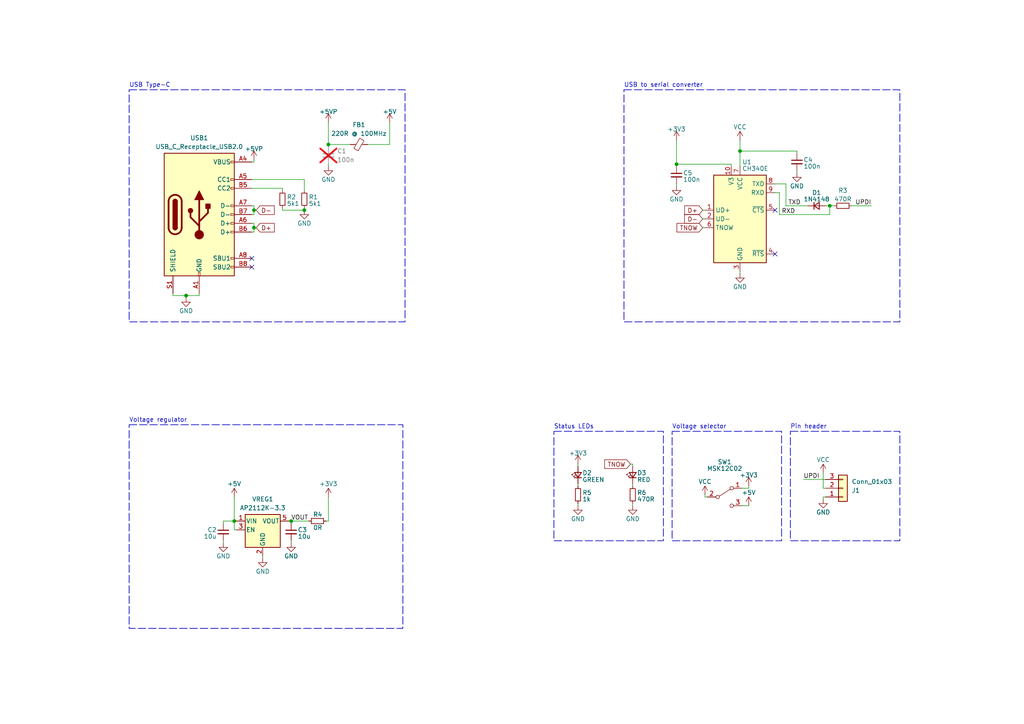
<source format=kicad_sch>
(kicad_sch (version 20231120) (generator "eeschema") (generator_version "8.0")
  (paper "A4")
  (title_block (title "NanoUPDI: USB Type-C Serial UPDI programmer") (date "2024-11-21") (rev "1") (company "Umberto Ragone"))
  (lib_symbols
    (symbol "Connector:USB_C_Receptacle_USB2.0" (pin_names (offset 1.016))
      (property "Reference" "J" (at -10.16 19.05 0))
      (property "Value" "USB_C_Receptacle_USB2.0" (at 19.05 19.05 0))
      (symbol "USB_C_Receptacle_USB2.0_0_0"
        (rectangle (start -0.254 -17.78) (end 0.254 -16.764))
        (rectangle (start 10.16 -14.986) (end 9.144 -15.494))
        (rectangle (start 10.16 -12.446) (end 9.144 -12.954))
        (rectangle (start 10.16 -4.826) (end 9.144 -5.334))
        (rectangle (start 10.16 -2.286) (end 9.144 -2.794))
        (rectangle (start 10.16 0.254) (end 9.144 -0.254))
        (rectangle (start 10.16 2.794) (end 9.144 2.286))
        (rectangle (start 10.16 7.874) (end 9.144 7.366))
        (rectangle (start 10.16 10.414) (end 9.144 9.906))
        (rectangle (start 10.16 15.494) (end 9.144 14.986))
      )
      (symbol "USB_C_Receptacle_USB2.0_0_1"
        (rectangle (start -10.16 17.78) (end 10.16 -17.78) (stroke (width 0.254)) (fill (type background)))
        (arc (start -8.89 -3.81) (mid -6.985 -5.7067) (end -5.08 -3.81) (stroke (width 0.508)))
        (arc (start -7.62 -3.81) (mid -6.985 -4.4423) (end -6.35 -3.81) (stroke (width 0.254)))
        (arc (start -7.62 -3.81) (mid -6.985 -4.4423) (end -6.35 -3.81) (stroke (width 0.254)) (fill (type outline)))
        (rectangle (start -7.62 -3.81) (end -6.35 3.81) (stroke (width 0.254)) (fill (type outline)))
        (arc (start -6.35 3.81) (mid -6.985 4.4423) (end -7.62 3.81) (stroke (width 0.254)))
        (arc (start -6.35 3.81) (mid -6.985 4.4423) (end -7.62 3.81) (stroke (width 0.254)) (fill (type outline)))
        (arc (start -5.08 3.81) (mid -6.985 5.7067) (end -8.89 3.81) (stroke (width 0.508)))
        (circle (center -2.54 1.143) (radius 0.635) (stroke (width 0.254)) (fill (type outline)))
        (circle (center 0 -5.842) (radius 1.27) (fill (type outline)))
        (polyline (pts (xy -8.89 -3.81) (xy -8.89 3.81)) (stroke (width 0.508)))
        (polyline (pts (xy -5.08 3.81) (xy -5.08 -3.81)) (stroke (width 0.508)))
        (polyline (pts (xy 0 -5.842) (xy 0 4.318)) (stroke (width 0.508)))
        (polyline (pts (xy 0 -3.302) (xy -2.54 -0.762) (xy -2.54 0.508)) (stroke (width 0.508)))
        (polyline (pts (xy 0 -2.032) (xy 2.54 0.508) (xy 2.54 1.778)) (stroke (width 0.508)))
        (polyline (pts (xy -1.27 4.318) (xy 0 6.858) (xy 1.27 4.318) (xy -1.27 4.318)) (stroke (width 0.254)) (fill (type outline)))
        (rectangle (start 1.905 1.778) (end 3.175 3.048) (stroke (width 0.254)) (fill (type outline)))
      )
      (symbol "USB_C_Receptacle_USB2.0_1_1"
        (pin passive line (at 0 -22.86 90) (length 5.08) (name "GND") (number "A1"))
        (pin passive line (at 0 -22.86 90) (length 5.08) hide (name "GND") (number "A12"))
        (pin passive line (at 15.24 15.24 180) (length 5.08) (name "VBUS") (number "A4"))
        (pin bidirectional line (at 15.24 10.16 180) (length 5.08) (name "CC1") (number "A5"))
        (pin bidirectional line (at 15.24 -2.54 180) (length 5.08) (name "D+") (number "A6"))
        (pin bidirectional line (at 15.24 2.54 180) (length 5.08) (name "D-") (number "A7"))
        (pin bidirectional line (at 15.24 -12.7 180) (length 5.08) (name "SBU1") (number "A8"))
        (pin passive line (at 15.24 15.24 180) (length 5.08) hide (name "VBUS") (number "A9"))
        (pin passive line (at 0 -22.86 90) (length 5.08) hide (name "GND") (number "B1"))
        (pin passive line (at 0 -22.86 90) (length 5.08) hide (name "GND") (number "B12"))
        (pin passive line (at 15.24 15.24 180) (length 5.08) hide (name "VBUS") (number "B4"))
        (pin bidirectional line (at 15.24 7.62 180) (length 5.08) (name "CC2") (number "B5"))
        (pin bidirectional line (at 15.24 -5.08 180) (length 5.08) (name "D+") (number "B6"))
        (pin bidirectional line (at 15.24 0 180) (length 5.08) (name "D-") (number "B7"))
        (pin bidirectional line (at 15.24 -15.24 180) (length 5.08) (name "SBU2") (number "B8"))
        (pin passive line (at 15.24 15.24 180) (length 5.08) hide (name "VBUS") (number "B9"))
        (pin passive line (at -7.62 -22.86 90) (length 5.08) (name "SHIELD") (number "S1"))
      )
    )
    (symbol "Connector_Generic:Conn_01x03" (pin_names (offset 1.016) hide)
      (property "Reference" "J" (at 0 5.08 0))
      (property "Value" "Conn_01x03" (at 0 -5.08 0))
      (symbol "Conn_01x03_1_1"
        (rectangle (start -1.27 -2.413) (end 0 -2.667) (stroke (width 0.1524)))
        (rectangle (start -1.27 0.127) (end 0 -0.127) (stroke (width 0.1524)))
        (rectangle (start -1.27 2.667) (end 0 2.413) (stroke (width 0.1524)))
        (rectangle (start -1.27 3.81) (end 1.27 -3.81) (stroke (width 0.254)) (fill (type background)))
        (pin passive line (at -5.08 2.54 0) (length 3.81) (name "Pin_1") (number "1"))
        (pin passive line (at -5.08 0 0) (length 3.81) (name "Pin_2") (number "2"))
        (pin passive line (at -5.08 -2.54 0) (length 3.81) (name "Pin_3") (number "3"))
      )
    )
    (symbol "Device:C_Small" (pin_numbers hide) (pin_names (offset 0.254) hide)
      (property "Reference" "C" (at 0.254 1.778 0))
      (property "Value" "C_Small" (at 0.254 -2.032 0))
      (symbol "C_Small_0_1"
        (polyline (pts (xy -1.524 -0.508) (xy 1.524 -0.508)) (stroke (width 0.3302)))
        (polyline (pts (xy -1.524 0.508) (xy 1.524 0.508)) (stroke (width 0.3048)))
      )
      (symbol "C_Small_1_1"
        (pin passive line (at 0 2.54 270) (length 2.032) (name "~") (number "1"))
        (pin passive line (at 0 -2.54 90) (length 2.032) (name "~") (number "2"))
      )
    )
    (symbol "Device:D_Small" (pin_numbers hide) (pin_names (offset 0.254) hide)
      (property "Reference" "D" (at -1.27 2.032 0))
      (property "Value" "D_Small" (at -3.81 -2.032 0))
      (symbol "D_Small_0_1"
        (polyline (pts (xy -0.762 -1.016) (xy -0.762 1.016)) (stroke (width 0.254)))
        (polyline (pts (xy -0.762 0) (xy 0.762 0)))
        (polyline (pts (xy 0.762 -1.016) (xy -0.762 0) (xy 0.762 1.016) (xy 0.762 -1.016)) (stroke (width 0.254)))
      )
      (symbol "D_Small_1_1"
        (pin passive line (at -2.54 0 0) (length 1.778) (name "K") (number "1"))
        (pin passive line (at 2.54 0 180) (length 1.778) (name "A") (number "2"))
      )
    )
    (symbol "Device:FerriteBead_Small" (pin_numbers hide) (pin_names (offset 0))
      (property "Reference" "FB" (at 1.905 1.27 0))
      (property "Value" "FerriteBead_Small" (at 1.905 -1.27 0))
      (symbol "FerriteBead_Small_0_1"
        (polyline (pts (xy 0 -1.27) (xy 0 -0.7874)))
        (polyline (pts (xy 0 0.889) (xy 0 1.2954)))
        (polyline (pts (xy -1.8288 0.2794) (xy -1.1176 1.4986) (xy 1.8288 -0.2032) (xy 1.1176 -1.4224) (xy -1.8288 0.2794)))
      )
      (symbol "FerriteBead_Small_1_1"
        (pin passive line (at 0 2.54 270) (length 1.27) (name "~") (number "1"))
        (pin passive line (at 0 -2.54 90) (length 1.27) (name "~") (number "2"))
      )
    )
    (symbol "Device:LED_Small" (pin_numbers hide) (pin_names (offset 0.254) hide)
      (property "Reference" "D" (at -1.27 3.175 0))
      (property "Value" "LED_Small" (at -4.445 -2.54 0))
      (symbol "LED_Small_0_1"
        (polyline (pts (xy -0.762 -1.016) (xy -0.762 1.016)) (stroke (width 0.254)))
        (polyline (pts (xy 1.016 0) (xy -0.762 0)))
        (polyline (pts (xy 0.762 -1.016) (xy -0.762 0) (xy 0.762 1.016) (xy 0.762 -1.016)) (stroke (width 0.254)))
        (polyline (pts (xy 0 0.762) (xy -0.508 1.27) (xy -0.254 1.27) (xy -0.508 1.27) (xy -0.508 1.016)))
        (polyline (pts (xy 0.508 1.27) (xy 0 1.778) (xy 0.254 1.778) (xy 0 1.778) (xy 0 1.524)))
      )
      (symbol "LED_Small_1_1"
        (pin passive line (at -2.54 0 0) (length 1.778) (name "K") (number "1"))
        (pin passive line (at 2.54 0 180) (length 1.778) (name "A") (number "2"))
      )
    )
    (symbol "Device:R_Small" (pin_numbers hide) (pin_names (offset 0.254) hide)
      (property "Reference" "R" (at 0.762 0.508 0))
      (property "Value" "R_Small" (at 0.762 -1.016 0))
      (symbol "R_Small_0_1"
        (rectangle (start -0.762 1.778) (end 0.762 -1.778) (stroke (width 0.2032)))
      )
      (symbol "R_Small_1_1"
        (pin passive line (at 0 2.54 270) (length 0.762) (name "~") (number "1"))
        (pin passive line (at 0 -2.54 90) (length 0.762) (name "~") (number "2"))
      )
    )
    (symbol "Interface_USB:CH340E"
      (property "Reference" "U" (at -5.08 13.97 0))
      (property "Value" "CH340E" (at 1.27 13.97 0))
      (symbol "CH340E_0_1"
        (rectangle (start -7.62 12.7) (end 7.62 -12.7) (stroke (width 0.254)) (fill (type background)))
      )
      (symbol "CH340E_1_1"
        (pin bidirectional line (at -10.16 2.54 0) (length 2.54) (name "UD+") (number "1"))
        (pin passive line (at -2.54 15.24 270) (length 2.54) (name "V3") (number "10"))
        (pin bidirectional line (at -10.16 0 0) (length 2.54) (name "UD-") (number "2"))
        (pin power_in line (at 0 -15.24 90) (length 2.54) (name "GND") (number "3"))
        (pin output line (at 10.16 -10.16 180) (length 2.54) (name "~{RTS}") (number "4"))
        (pin input line (at 10.16 2.54 180) (length 2.54) (name "~{CTS}") (number "5"))
        (pin output line (at -10.16 -2.54 0) (length 2.54) (name "TNOW") (number "6"))
        (pin power_in line (at 0 15.24 270) (length 2.54) (name "VCC") (number "7"))
        (pin output line (at 10.16 10.16 180) (length 2.54) (name "TXD") (number "8"))
        (pin input line (at 10.16 7.62 180) (length 2.54) (name "RXD") (number "9"))
      )
    )
    (symbol "Regulator_Linear:AP2112K-3.3" (pin_names (offset 0.254))
      (property "Reference" "U" (at -5.08 5.715 0))
      (property "Value" "AP2112K-3.3" (at 0 5.715 0))
      (symbol "AP2112K-3.3_0_1"
        (rectangle (start -5.08 4.445) (end 5.08 -5.08) (stroke (width 0.254)) (fill (type background)))
      )
      (symbol "AP2112K-3.3_1_1"
        (pin power_in line (at -7.62 2.54 0) (length 2.54) (name "VIN") (number "1"))
        (pin power_in line (at 0 -7.62 90) (length 2.54) (name "GND") (number "2"))
        (pin input line (at -7.62 0 0) (length 2.54) (name "EN") (number "3"))
        (pin no_connect line (at 5.08 0 180) (length 2.54) hide (name "NC") (number "4"))
        (pin power_out line (at 7.62 2.54 180) (length 2.54) (name "VOUT") (number "5"))
      )
    )
    (symbol "Switch:SW_SPDT" (pin_names (offset 0) hide)
      (property "Reference" "SW" (at 0 4.318 0))
      (property "Value" "SW_SPDT" (at 0 -5.08 0))
      (symbol "SW_SPDT_0_0"
        (circle (center -2.032 0) (radius 0.508))
        (circle (center 2.032 -2.54) (radius 0.508))
      )
      (symbol "SW_SPDT_0_1"
        (polyline (pts (xy -1.524 0.254) (xy 1.651 2.286)))
        (circle (center 2.032 2.54) (radius 0.508))
      )
      (symbol "SW_SPDT_1_1"
        (pin passive line (at 5.08 2.54 180) (length 2.54) (name "A") (number "1"))
        (pin passive line (at -5.08 0 0) (length 2.54) (name "B") (number "2"))
        (pin passive line (at 5.08 -2.54 180) (length 2.54) (name "C") (number "3"))
      )
    )
    (symbol "power:+3V3" (power) (pin_names (offset 0))
      (property "Value" "+3V3" (at 0 3.556 0))
      (symbol "+3V3_0_1"
        (polyline (pts (xy -0.762 1.27) (xy 0 2.54)))
        (polyline (pts (xy 0 0) (xy 0 2.54)))
        (polyline (pts (xy 0 2.54) (xy 0.762 1.27)))
      )
      (symbol "+3V3_1_1"
        (pin power_in line (at 0 0 90) (length 0) hide (name "+3V3") (number "1"))
      )
    )
    (symbol "power:+5V" (power) (pin_names (offset 0))
      (property "Value" "+5V" (at 0 3.556 0))
      (symbol "+5V_0_1"
        (polyline (pts (xy -0.762 1.27) (xy 0 2.54)))
        (polyline (pts (xy 0 0) (xy 0 2.54)))
        (polyline (pts (xy 0 2.54) (xy 0.762 1.27)))
      )
      (symbol "+5V_1_1"
        (pin power_in line (at 0 0 90) (length 0) hide (name "+5V") (number "1"))
      )
    )
    (symbol "power:+5VP" (power) (pin_names (offset 0))
      (property "Value" "+5VP" (at 0 3.556 0))
      (symbol "+5VP_0_1"
        (polyline (pts (xy -0.762 1.27) (xy 0 2.54)))
        (polyline (pts (xy 0 0) (xy 0 2.54)))
        (polyline (pts (xy 0 2.54) (xy 0.762 1.27)))
      )
      (symbol "+5VP_1_1"
        (pin power_in line (at 0 0 90) (length 0) hide (name "+5VP") (number "1"))
      )
    )
    (symbol "power:GND" (power) (pin_names (offset 0))
      (property "Value" "GND" (at 0 -3.81 0))
      (symbol "GND_0_1"
        (polyline (pts (xy 0 0) (xy 0 -1.27) (xy 1.27 -1.27) (xy 0 -2.54) (xy -1.27 -1.27) (xy 0 -1.27)))
      )
      (symbol "GND_1_1"
        (pin power_in line (at 0 0 270) (length 0) hide (name "GND") (number "1"))
      )
    )
    (symbol "power:VCC" (power) (pin_names (offset 0))
      (property "Value" "VCC" (at 0 3.81 0))
      (symbol "VCC_0_1"
        (polyline (pts (xy -0.762 1.27) (xy 0 2.54)))
        (polyline (pts (xy 0 0) (xy 0 2.54)))
        (polyline (pts (xy 0 2.54) (xy 0.762 1.27)))
      )
      (symbol "VCC_1_1"
        (pin power_in line (at 0 0 90) (length 0) hide (name "VCC") (number "1"))
      )
    )
  )
  (junction (at 84.455 151.13))
  (junction (at 73.66 66.04))
  (junction (at 73.66 60.96))
  (junction (at 88.265 60.96))
  (junction (at 95.25 41.91))
  (junction (at 196.215 47.625))
  (junction (at 214.63 43.815))
  (junction (at 67.945 151.13))
  (junction (at 53.975 85.725))
  (junction (at 240.665 59.69))
  (no_connect (at 224.79 73.66))
  (no_connect (at 73.025 77.47))
  (no_connect (at 224.79 60.96))
  (no_connect (at 73.025 74.93))
  (wire (pts (xy 95.25 42.545) (xy 95.25 41.91)))
  (wire (pts (xy 101.6 41.91) (xy 95.25 41.91)))
  (wire (pts (xy 64.77 156.845) (xy 64.77 157.48)))
  (wire (pts (xy 84.455 157.48) (xy 84.455 156.845)))
  (wire (pts (xy 167.64 134.62) (xy 167.64 135.255)))
  (wire (pts (xy 238.76 137.16) (xy 238.76 141.605)))
  (wire (pts (xy 196.215 47.625) (xy 212.09 47.625)))
  (wire (pts (xy 73.025 46.99) (xy 73.66 46.99)))
  (wire (pts (xy 183.515 140.97) (xy 183.515 140.335)))
  (wire (pts (xy 64.77 151.765) (xy 64.77 151.13)))
  (wire (pts (xy 238.76 144.145) (xy 239.395 144.145)))
  (wire (pts (xy 233.045 139.065) (xy 239.395 139.065)))
  (wire (pts (xy 68.58 153.67) (xy 67.945 153.67)))
  (wire (pts (xy 84.455 151.13) (xy 89.535 151.13)))
  (wire (pts (xy 227.965 59.69) (xy 234.315 59.69)))
  (wire (pts (xy 73.66 66.04) (xy 73.66 67.31)))
  (wire (pts (xy 67.945 144.145) (xy 67.945 151.13)))
  (wire (pts (xy 64.77 151.13) (xy 67.945 151.13)))
  (wire (pts (xy 214.63 79.375) (xy 214.63 78.74)))
  (wire (pts (xy 226.06 62.23) (xy 240.665 62.23)))
  (wire (pts (xy 217.17 140.97) (xy 217.17 141.605)))
  (wire (pts (xy 196.215 40.64) (xy 196.215 47.625)))
  (wire (pts (xy 183.515 134.62) (xy 183.515 135.255)))
  (wire (pts (xy 212.09 47.625) (xy 212.09 48.26)))
  (wire (pts (xy 95.25 41.91) (xy 95.25 35.56)))
  (wire (pts (xy 227.965 53.34) (xy 227.965 59.69)))
  (wire (pts (xy 67.945 151.13) (xy 68.58 151.13)))
  (wire (pts (xy 73.66 64.77) (xy 73.025 64.77)))
  (wire (pts (xy 73.66 59.69) (xy 73.025 59.69)))
  (wire (pts (xy 95.25 151.13) (xy 95.25 144.145)))
  (wire (pts (xy 73.66 60.96) (xy 73.66 62.23)))
  (wire (pts (xy 217.17 146.685) (xy 215.265 146.685)))
  (wire (pts (xy 50.165 85.725) (xy 53.975 85.725)))
  (wire (pts (xy 240.665 59.69) (xy 241.935 59.69)))
  (wire (pts (xy 231.14 50.165) (xy 231.14 49.53)))
  (wire (pts (xy 73.66 62.23) (xy 73.025 62.23)))
  (wire (pts (xy 231.14 43.815) (xy 231.14 44.45)))
  (wire (pts (xy 247.015 59.69) (xy 252.73 59.69)))
  (wire (pts (xy 83.82 151.13) (xy 84.455 151.13)))
  (wire (pts (xy 204.47 143.51) (xy 204.47 144.145)))
  (wire (pts (xy 217.17 141.605) (xy 215.265 141.605)))
  (wire (pts (xy 74.295 66.04) (xy 73.66 66.04)))
  (wire (pts (xy 204.47 144.145) (xy 205.105 144.145)))
  (wire (pts (xy 238.76 141.605) (xy 239.395 141.605)))
  (wire (pts (xy 224.79 53.34) (xy 227.965 53.34)))
  (wire (pts (xy 76.2 161.925) (xy 76.2 161.29)))
  (wire (pts (xy 203.835 66.04) (xy 204.47 66.04)))
  (wire (pts (xy 53.975 85.725) (xy 57.785 85.725)))
  (wire (pts (xy 88.265 55.245) (xy 88.265 52.07)))
  (wire (pts (xy 81.915 60.325) (xy 81.915 60.96)))
  (wire (pts (xy 57.785 85.725) (xy 57.785 85.09)))
  (wire (pts (xy 167.64 146.05) (xy 167.64 146.685)))
  (wire (pts (xy 88.265 60.325) (xy 88.265 60.96)))
  (wire (pts (xy 73.66 59.69) (xy 73.66 60.96)))
  (wire (pts (xy 84.455 151.13) (xy 84.455 151.765)))
  (wire (pts (xy 95.25 48.26) (xy 95.25 47.625)))
  (wire (pts (xy 214.63 40.64) (xy 214.63 43.815)))
  (wire (pts (xy 73.66 64.77) (xy 73.66 66.04)))
  (wire (pts (xy 53.975 85.725) (xy 53.975 86.36)))
  (wire (pts (xy 67.945 153.67) (xy 67.945 151.13)))
  (wire (pts (xy 226.06 55.88) (xy 224.79 55.88)))
  (wire (pts (xy 81.915 55.245) (xy 81.915 54.61)))
  (wire (pts (xy 183.515 146.685) (xy 183.515 146.05)))
  (wire (pts (xy 113.03 35.56) (xy 113.03 41.91)))
  (wire (pts (xy 203.835 63.5) (xy 204.47 63.5)))
  (wire (pts (xy 106.68 41.91) (xy 113.03 41.91)))
  (wire (pts (xy 88.265 60.96) (xy 81.915 60.96)))
  (wire (pts (xy 95.25 151.13) (xy 94.615 151.13)))
  (wire (pts (xy 196.215 48.26) (xy 196.215 47.625)))
  (wire (pts (xy 50.165 85.09) (xy 50.165 85.725)))
  (wire (pts (xy 196.215 53.975) (xy 196.215 53.34)))
  (wire (pts (xy 81.915 54.61) (xy 73.025 54.61)))
  (wire (pts (xy 226.06 55.88) (xy 226.06 62.23)))
  (wire (pts (xy 214.63 43.815) (xy 214.63 48.26)))
  (wire (pts (xy 73.66 67.31) (xy 73.025 67.31)))
  (wire (pts (xy 183.515 134.62) (xy 182.88 134.62)))
  (wire (pts (xy 167.64 140.97) (xy 167.64 140.335)))
  (wire (pts (xy 239.395 59.69) (xy 240.665 59.69)))
  (wire (pts (xy 240.665 62.23) (xy 240.665 59.69)))
  (wire (pts (xy 203.835 60.96) (xy 204.47 60.96)))
  (wire (pts (xy 88.265 52.07) (xy 73.025 52.07)))
  (wire (pts (xy 214.63 43.815) (xy 231.14 43.815)))
  (wire (pts (xy 73.66 60.96) (xy 74.295 60.96)))
  (wire (pts (xy 238.76 144.78) (xy 238.76 144.145)))
  (wire (pts (xy 73.66 46.99) (xy 73.66 46.355)))
  (rectangle (start 160.655 125.095) (end 192.405 156.845) (stroke (width 0.2) (type dash)))
  (rectangle (start 37.465 26.035) (end 117.475 93.345) (stroke (width 0.2) (type dash)))
  (rectangle (start 229.235 125.095) (end 260.985 156.845) (stroke (width 0.2) (type dash)))
  (rectangle (start 194.945 125.095) (end 226.695 156.845) (stroke (width 0.2) (type dash)))
  (rectangle (start 37.465 123.19) (end 116.84 182.245) (stroke (width 0.2) (type dash)))
  (rectangle (start 180.975 26.035) (end 260.985 93.345) (stroke (width 0.2) (type dash)))
  (text "USB Type-C" (at 37.465 24.765 0) (effects (font (size 1.27 1.27)) (justify left)))
  (text "Voltage regulator" (at 37.465 121.92 0) (effects (font (size 1.27 1.27)) (justify left)))
  (text "Voltage selector" (at 194.945 123.825 0) (effects (font (size 1.27 1.27)) (justify left)))
  (text "USB to serial converter" (at 180.975 24.765 0) (effects (font (size 1.27 1.27)) (justify left)))
  (text "Pin header" (at 229.235 123.825 0) (effects (font (size 1.27 1.27)) (justify left)))
  (text "Status LEDs" (at 160.655 123.825 0) (effects (font (size 1.27 1.27)) (justify left)))
  (label "UPDI" (at 233.045 139.065 0))
  (label "VOUT" (at 84.455 151.13 0))
  (label "RXD" (at 226.695 62.23 0))
  (label "TXD" (at 228.6 59.69 0))
  (label "UPDI" (at 252.73 59.69 180))
  (global_label "D-" (shape input) (at 74.295 60.96 0) (property "Intersheetrefs" "${INTERSHEET_REFS}" (effects (hide yes))))
  (global_label "D-" (shape input) (at 203.835 63.5 180) (property "Intersheetrefs" "${INTERSHEET_REFS}" (effects (hide yes))))
  (global_label "D+" (shape input) (at 74.295 66.04 0) (property "Intersheetrefs" "${INTERSHEET_REFS}" (effects (hide yes))))
  (global_label "TNOW" (shape input) (at 203.835 66.04 180) (property "Intersheetrefs" "${INTERSHEET_REFS}" (effects (hide yes))))
  (global_label "D+" (shape input) (at 203.835 60.96 180) (property "Intersheetrefs" "${INTERSHEET_REFS}" (effects (hide yes))))
  (global_label "TNOW" (shape input) (at 182.88 134.62 180) (property "Intersheetrefs" "${INTERSHEET_REFS}" (effects (hide yes))))
  (symbol (lib_id "Device:R_Small") (at 81.915 57.785 0) (unit 1)
    (property "Reference" "R2" (at 83.185 57.15 0) (effects (justify left)))
    (property "Value" "5k1" (at 83.185 59.055 0) (effects (justify left)))
    (property "Footprint" "Resistor_SMD:R_0402_1005Metric" (effects (hide yes)))
  )
  (symbol (lib_id "power:GND") (at 196.215 53.975 0) (unit 1)
    (property "Reference" "#PWR010" (effects (hide yes)))
    (property "Value" "GND" (at 196.215 57.785 0))
  )
  (symbol (lib_id "power:GND") (at 214.63 79.375 0) (unit 1)
    (property "Reference" "#PWR09" (effects (hide yes)))
    (property "Value" "GND" (at 214.63 83.185 0))
  )
  (symbol (lib_id "Device:LED_Small") (at 167.64 137.795 90) (unit 1)
    (property "Reference" "D2" (at 168.91 137.16 90) (effects (justify right)))
    (property "Value" "GREEN" (at 168.91 139.1285 90) (effects (justify right)))
    (property "Footprint" "LED_SMD:LED_0603_1608Metric" (effects (hide yes)))
  )
  (symbol (lib_id "power:+5V") (at 67.945 144.145 0) (unit 1)
    (property "Reference" "#PWR016" (effects (hide yes)))
    (property "Value" "+5V" (at 67.945 140.335 0))
  )
  (symbol (lib_id "power:+3V3") (at 217.17 140.97 0) (unit 1)
    (property "Reference" "#PWR013" (effects (hide yes)))
    (property "Value" "+3V3" (at 217.17 137.795 0))
  )
  (symbol (lib_id "Switch:SW_SPDT") (at 210.185 144.145 0) (unit 1)
    (property "Reference" "SW1" (at 210.185 133.985 0))
    (property "Value" "MSK12C02" (at 210.185 135.89 0))
    (property "Footprint" "MSK12C02:MSK12C02" (effects (hide yes)))
  )
  (symbol (lib_id "power:GND") (at 95.25 48.26 0) (unit 1)
    (property "Reference" "#PWR024" (effects (hide yes)))
    (property "Value" "GND" (at 95.25 52.07 0))
  )
  (symbol (lib_id "power:+5V") (at 217.17 146.685 0) (unit 1)
    (property "Reference" "#PWR02" (effects (hide yes)))
    (property "Value" "+5V" (at 217.17 142.875 0))
  )
  (symbol (lib_id "power:+5VP") (at 73.66 46.355 0) (unit 1)
    (property "Reference" "#PWR03" (effects (hide yes)))
    (property "Value" "+5VP" (at 73.66 43.18 0))
  )
  (symbol (lib_id "Device:D_Small") (at 236.855 59.69 0) (unit 1)
    (property "Reference" "D1" (at 236.855 55.88 0))
    (property "Value" "1N4148" (at 236.855 57.785 0))
    (property "Footprint" "Diode_SMD:D_SOD-523" (effects (hide yes)))
    (property "Sim.Device" "D" (effects (hide yes)))
    (property "Sim.Pins" "1=K 2=A" (effects (hide yes)))
  )
  (symbol (lib_id "power:+5V") (at 113.03 35.56 0) (unit 1)
    (property "Reference" "#PWR04" (effects (hide yes)))
    (property "Value" "+5V" (at 113.03 32.385 0))
  )
  (symbol (lib_id "power:+5VP") (at 95.25 35.56 0) (unit 1)
    (property "Reference" "#PWR06" (effects (hide yes)))
    (property "Value" "+5VP" (at 95.25 32.385 0))
  )
  (symbol (lib_id "power:GND") (at 238.76 144.78 0) (unit 1)
    (property "Reference" "#PWR012" (effects (hide yes)))
    (property "Value" "GND" (at 238.76 148.59 0))
  )
  (symbol (lib_id "Device:C_Small") (at 196.215 50.8 0) (unit 1)
    (property "Reference" "C5" (at 198.12 50.1713 0) (effects (justify left)))
    (property "Value" "100n" (at 198.12 52.07 0) (effects (justify left)))
    (property "Footprint" "Capacitor_SMD:C_0603_1608Metric" (effects (hide yes)))
  )
  (symbol (lib_id "Device:R_Small") (at 88.265 57.785 0) (unit 1)
    (property "Reference" "R1" (at 89.535 57.15 0) (effects (justify left)))
    (property "Value" "5k1" (at 89.535 59.055 0) (effects (justify left)))
    (property "Footprint" "Resistor_SMD:R_0402_1005Metric" (effects (hide yes)))
  )
  (symbol (lib_id "Interface_USB:CH340E") (at 214.63 63.5 0) (unit 1)
    (property "Reference" "U1" (at 215.265 46.99 0) (effects (justify left)))
    (property "Value" "CH340E" (at 215.265 48.895 0) (effects (justify left)))
    (property "Footprint" "Package_SO:MSOP-10_3x3mm_P0.5mm" (effects (hide yes)))
    (property "Datasheet" "https://www.mpja.com/download/35227cpdata.pdf" (effects (hide yes)))
  )
  (symbol (lib_id "power:GND") (at 53.975 86.36 0) (unit 1)
    (property "Reference" "#PWR01" (effects (hide yes)))
    (property "Value" "GND" (at 53.975 90.17 0))
  )
  (symbol (lib_id "power:+3V3") (at 95.25 144.145 0) (unit 1)
    (property "Reference" "#PWR018" (effects (hide yes)))
    (property "Value" "+3V3" (at 95.25 140.335 0))
  )
  (symbol (lib_id "Device:FerriteBead_Small") (at 104.14 41.91 90) (unit 1)
    (property "Reference" "FB1" (at 104.1019 36.195 90))
    (property "Value" "220R @ 100MHz" (at 104.1019 38.735 90))
    (property "Footprint" "Inductor_SMD:L_0805_2012Metric" (effects (hide yes)))
  )
  (symbol (lib_id "Device:LED_Small") (at 183.515 137.795 90) (unit 1)
    (property "Reference" "D3" (at 184.785 137.16 90) (effects (justify right)))
    (property "Value" "RED" (at 184.785 139.1285 90) (effects (justify right)))
    (property "Footprint" "LED_SMD:LED_0603_1608Metric" (effects (hide yes)))
  )
  (symbol (lib_id "power:GND") (at 88.265 60.96 0) (unit 1)
    (property "Reference" "#PWR05" (effects (hide yes)))
    (property "Value" "GND" (at 88.265 64.77 0))
  )
  (symbol (lib_id "power:VCC") (at 238.76 137.16 0) (unit 1)
    (property "Reference" "#PWR011" (effects (hide yes)))
    (property "Value" "VCC" (at 238.76 133.35 0))
  )
  (symbol (lib_id "Device:C_Small") (at 84.455 154.305 0) (unit 1)
    (property "Reference" "C3" (at 86.36 153.67 0) (effects (justify left)))
    (property "Value" "10u" (at 86.36 155.575 0) (effects (justify left)))
    (property "Footprint" "Capacitor_SMD:C_0805_2012Metric" (effects (hide yes)))
  )
  (symbol (lib_id "Device:C_Small") (at 95.25 45.085 0) (unit 1) (dnp yes)
    (property "Reference" "C1" (at 97.79 43.8212 0) (effects (justify left)))
    (property "Value" "100n" (at 97.79 46.3612 0) (effects (justify left)))
    (property "Footprint" "Capacitor_SMD:C_0603_1608Metric" (effects (hide yes)))
  )
  (symbol (lib_id "Connector:USB_C_Receptacle_USB2.0") (at 57.785 62.23 0) (unit 1)
    (property "Reference" "USB1" (at 57.785 40.005 0))
    (property "Value" "USB_C_Receptacle_USB2.0" (at 57.785 42.545 0))
    (property "Footprint" "USB_C:TYPE-C-31-M-12" (effects (hide yes)))
    (property "Datasheet" "https://www.usb.org/sites/default/files/documents/usb_type-c.zip" (effects (hide yes)))
  )
  (symbol (lib_id "power:GND") (at 76.2 161.925 0) (unit 1)
    (property "Reference" "#PWR017" (effects (hide yes)))
    (property "Value" "GND" (at 76.2 165.735 0))
  )
  (symbol (lib_id "power:VCC") (at 204.47 143.51 0) (unit 1)
    (property "Reference" "#PWR022" (effects (hide yes)))
    (property "Value" "VCC" (at 204.47 139.7 0))
  )
  (symbol (lib_id "Device:R_Small") (at 183.515 143.51 180) (unit 1)
    (property "Reference" "R6" (at 184.785 142.875 0) (effects (justify right)))
    (property "Value" "470R" (at 184.785 144.78 0) (effects (justify right)))
    (property "Footprint" "Resistor_SMD:R_0402_1005Metric" (effects (hide yes)))
  )
  (symbol (lib_id "power:VCC") (at 214.63 40.64 0) (unit 1)
    (property "Reference" "#PWR07" (effects (hide yes)))
    (property "Value" "VCC" (at 214.63 36.83 0))
  )
  (symbol (lib_id "Connector_Generic:Conn_01x03") (at 244.475 141.605 0) (mirror x) (unit 1)
    (property "Reference" "J1" (at 247.015 142.24 0) (effects (justify left)))
    (property "Value" "Conn_01x03" (at 247.015 139.7 0) (effects (justify left)))
    (property "Footprint" "Connector_PinHeader_2.54mm:PinHeader_1x03_P2.54mm_Vertical" (effects (hide yes)))
  )
  (symbol (lib_id "power:GND") (at 183.515 146.685 0) (unit 1)
    (property "Reference" "#PWR015" (effects (hide yes)))
    (property "Value" "GND" (at 183.515 150.495 0))
  )
  (symbol (lib_id "power:GND") (at 84.455 157.48 0) (unit 1)
    (property "Reference" "#PWR020" (effects (hide yes)))
    (property "Value" "GND" (at 84.455 161.29 0))
  )
  (symbol (lib_id "power:+3V3") (at 196.215 40.64 0) (unit 1)
    (property "Reference" "#PWR021" (effects (hide yes)))
    (property "Value" "+3V3" (at 196.215 37.465 0))
  )
  (symbol (lib_id "Device:R_Small") (at 244.475 59.69 90) (unit 1)
    (property "Reference" "R3" (at 244.475 55.245 90))
    (property "Value" "470R" (at 244.475 57.785 90))
    (property "Footprint" "Resistor_SMD:R_0402_1005Metric" (effects (hide yes)))
  )
  (symbol (lib_id "power:GND") (at 64.77 157.48 0) (unit 1)
    (property "Reference" "#PWR019" (effects (hide yes)))
    (property "Value" "GND" (at 64.77 161.29 0))
  )
  (symbol (lib_id "Regulator_Linear:AP2112K-3.3") (at 76.2 153.67 0) (unit 1)
    (property "Reference" "VREG1" (at 76.2 144.78 0))
    (property "Value" "AP2112K-3.3" (at 76.2 147.32 0))
    (property "Footprint" "Package_TO_SOT_SMD:SOT-23-5" (effects (hide yes)))
    (property "Datasheet" "https://www.diodes.com/assets/Datasheets/AP2112.pdf" (effects (hide yes)))
  )
  (symbol (lib_id "power:GND") (at 167.64 146.685 0) (unit 1)
    (property "Reference" "#PWR023" (effects (hide yes)))
    (property "Value" "GND" (at 167.64 150.495 0))
  )
  (symbol (lib_id "Device:R_Small") (at 92.075 151.13 270) (unit 1)
    (property "Reference" "R4" (at 90.805 149.225 90) (effects (justify left)))
    (property "Value" "0R" (at 90.805 153.035 90) (effects (justify left)))
    (property "Footprint" "Resistor_SMD:R_0603_1608Metric" (effects (hide yes)))
  )
  (symbol (lib_id "Device:R_Small") (at 167.64 143.51 0) (unit 1)
    (property "Reference" "R5" (at 168.91 142.875 0) (effects (justify left)))
    (property "Value" "1k" (at 168.91 144.78 0) (effects (justify left)))
    (property "Footprint" "Resistor_SMD:R_0402_1005Metric" (effects (hide yes)))
  )
  (symbol (lib_id "power:GND") (at 231.14 50.165 0) (unit 1)
    (property "Reference" "#PWR08" (effects (hide yes)))
    (property "Value" "GND" (at 231.14 53.975 0))
  )
  (symbol (lib_id "power:+3V3") (at 167.64 134.62 0) (unit 1)
    (property "Reference" "#PWR014" (effects (hide yes)))
    (property "Value" "+3V3" (at 167.64 131.445 0))
  )
  (symbol (lib_id "Device:C_Small") (at 231.14 46.99 0) (unit 1)
    (property "Reference" "C4" (at 233.045 46.3613 0) (effects (justify left)))
    (property "Value" "100n" (at 233.045 48.26 0) (effects (justify left)))
    (property "Footprint" "Capacitor_SMD:C_0603_1608Metric" (effects (hide yes)))
  )
  (symbol (lib_id "Device:C_Small") (at 64.77 154.305 0) (unit 1)
    (property "Reference" "C2" (at 62.865 153.67 0) (effects (justify right)))
    (property "Value" "10u" (at 62.865 155.575 0) (effects (justify right)))
    (property "Footprint" "Capacitor_SMD:C_0805_2012Metric" (effects (hide yes)))
  )
)
</source>
